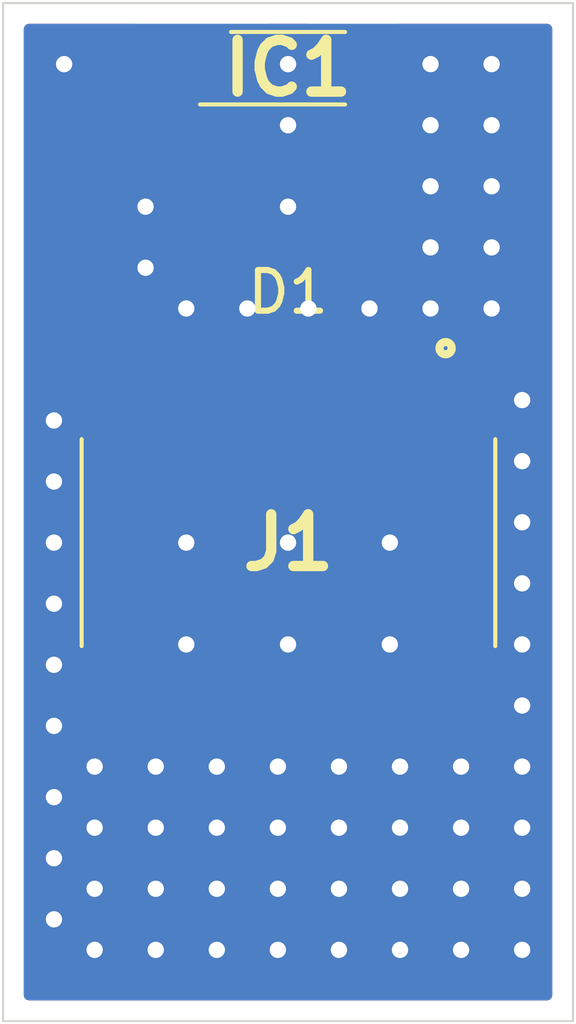
<source format=kicad_pcb>
(kicad_pcb (version 20211014) (generator pcbnew)
  (layers (0 "F.Cu" signal) (31 "B.Cu" signal) (34 "B.Paste" user) (35 "F.Paste" user) (36 "B.SilkS" user "B.Silkscreen") (37 "F.SilkS" user "F.Silkscreen") (38 "B.Mask" user) (39 "F.Mask" user) (44 "Edge.Cuts" user))
  (net 0 "")
  (net 1 "GND")
  (net 2 "Net-(D1-Pad2)")
  (net 3 "+3V3")
  (net 4 "SDA")
  (net 5 "SCL")
  (footprint "BinomicaLabs:TSM-104-YY-ZZZ-DV-P-TR" (layer "F.Cu") (at 145.01 88.25)
    (fp_text reference "J1" (at 0 0) (layer "F.SilkS") (effects (font (size 1.27 1.27) (thickness 0.254))))
    (fp_text value "TSM-104-02-S-DV-P-TR" hide)
    (fp_line (start 5.08 -2.54) (end 5.08 2.54) (layer "F.SilkS") (width 0.1))
    (fp_line (start -5.08 2.54) (end -5.08 -2.54) (layer "F.SilkS") (width 0.1))
    (fp_circle (center 3.86 -4.775) (end 3.86 -4.725) (layer "F.SilkS") (width 0.2) (fill none))
    (pad "1" smd rect locked (at 3.81 -2.475) (size 1.27 3.68) (layers "F.Cu" "F.Paste" "F.Mask") (net 4 "SDA"))
    (pad "2" smd rect locked (at 3.81 2.475) (size 1.27 3.68) (layers "F.Cu" "F.Paste" "F.Mask") (net 1 "GND"))
    (pad "3" smd rect locked (at 1.27 -2.475) (size 1.27 3.68) (layers "F.Cu" "F.Paste" "F.Mask") (net 5 "SCL"))
    (pad "4" smd rect locked (at 1.27 2.475) (size 1.27 3.68) (layers "F.Cu" "F.Paste" "F.Mask") (net 1 "GND"))
    (pad "5" smd rect locked (at -1.27 -2.475) (size 1.27 3.68) (layers "F.Cu" "F.Paste" "F.Mask") (net 1 "GND"))
    (pad "6" smd rect locked (at -1.27 2.475) (size 1.27 3.68) (layers "F.Cu" "F.Paste" "F.Mask") (net 1 "GND"))
    (pad "7" smd rect locked (at -3.81 -2.475) (size 1.27 3.68) (layers "F.Cu" "F.Paste" "F.Mask") (net 3 "+3V3"))
    (pad "8" smd rect locked (at -3.81 2.475) (size 1.27 3.68) (layers "F.Cu" "F.Paste" "F.Mask") (net 1 "GND"))
  )
  (footprint "BinomicaLabs:AL580920QP17" (layer "F.Cu") (at 145 76.6 180)
    (fp_text reference "IC1" (at 0 0) (layer "F.SilkS") (effects (font (size 1.27 1.27) (thickness 0.254))))
    (fp_text value "AL5809-20P1-7" hide)
    (fp_line (start 2.16 -0.89) (end -1.4 -0.89) (layer "F.SilkS") (width 0.1))
    (fp_line (start -1.4 0.89) (end 1.4 0.89) (layer "F.SilkS") (width 0.1))
    (pad "1" smd rect locked (at 1.6 0 180) (size 1.12 1.27) (layers "F.Cu" "F.Paste" "F.Mask") (net 3 "+3V3"))
    (pad "2" smd rect locked (at -1.6 0 180) (size 1.12 1.27) (layers "F.Cu" "F.Paste" "F.Mask") (net 2 "Net-(D1-Pad2)"))
  )
  (footprint "MiniSpec2:APD3224SECK-F01" (layer "F.Cu") (at 145 80)
    (fp_text reference "D1" (at 0 2.1) (layer "F.SilkS"))
    (fp_text value "LED")
    (pad "1" smd rect locked (at -1.6 0) (size 1.5 2.2) (layers "F.Cu" "F.Paste" "F.Mask") (net 1 "GND"))
    (pad "2" smd rect locked (at 1.6 0) (size 1.5 2.2) (layers "F.Cu" "F.Paste" "F.Mask") (net 2 "Net-(D1-Pad2)"))
  )
  (gr_line (start 138 75) (end 152 75) (layer "Edge.Cuts") (width 0.05))
  (gr_line (start 152 100) (end 138 100) (layer "Edge.Cuts") (width 0.05))
  (gr_line (start 152 75) (end 152 100) (layer "Edge.Cuts") (width 0.05))
  (gr_line (start 138 100) (end 138 75) (layer "Edge.Cuts") (width 0.05))
  (segment (start 143.6 84.86) (end 143.74 85) (width 1) (layer "F.Cu") (net 1))
  (segment (start 143.55 84.81) (end 143.74 85) (width 1) (layer "F.Cu") (net 1))
  (via (at 139.25 96) (size 0.8) (drill 0.4) (layers "F.Cu" "B.Cu") (net 1))
  (via (at 148.5 79.5) (size 0.8) (drill 0.4) (layers "F.Cu" "B.Cu") (net 1))
  (via (at 150 78) (size 0.8) (drill 0.4) (layers "F.Cu" "B.Cu") (net 1))
  (via (at 145 80) (size 0.8) (drill 0.4) (layers "F.Cu" "B.Cu") (net 1))
  (via (at 150.75 93.75) (size 0.8) (drill 0.4) (layers "F.Cu" "B.Cu") (net 1))
  (via (at 139.25 89.75) (size 0.8) (drill 0.4) (layers "F.Cu" "B.Cu") (net 1))
  (via (at 147.75 95.25) (size 0.8) (drill 0.4) (layers "F.Cu" "B.Cu") (net 1))
  (via (at 148.5 76.5) (size 0.8) (drill 0.4) (layers "F.Cu" "B.Cu") (net 1))
  (via (at 145 90.75) (size 0.8) (drill 0.4) (layers "F.Cu" "B.Cu") (net 1))
  (via (at 145 88.25) (size 0.8) (drill 0.4) (layers "F.Cu" "B.Cu") (net 1))
  (via (at 149.25 96.75) (size 0.8) (drill 0.4) (layers "F.Cu" "B.Cu") (net 1))
  (via (at 150.75 98.25) (size 0.8) (drill 0.4) (layers "F.Cu" "B.Cu") (net 1))
  (via (at 147 82.5) (size 0.8) (drill 0.4) (layers "F.Cu" "B.Cu") (net 1))
  (via (at 142.5 90.75) (size 0.8) (drill 0.4) (layers "F.Cu" "B.Cu") (net 1))
  (via (at 145.5 82.5) (size 0.8) (drill 0.4) (layers "F.Cu" "B.Cu") (net 1))
  (via (at 147.5 90.75) (size 0.8) (drill 0.4) (layers "F.Cu" "B.Cu") (net 1))
  (via (at 142.5 88.25) (size 0.8) (drill 0.4) (layers "F.Cu" "B.Cu") (net 1))
  (via (at 144.75 98.25) (size 0.8) (drill 0.4) (layers "F.Cu" "B.Cu") (net 1))
  (via (at 150.75 87.75) (size 0.8) (drill 0.4) (layers "F.Cu" "B.Cu") (net 1))
  (via (at 139.25 91.25) (size 0.8) (drill 0.4) (layers "F.Cu" "B.Cu") (net 1))
  (via (at 146.25 98.25) (size 0.8) (drill 0.4) (layers "F.Cu" "B.Cu") (net 1))
  (via (at 140.25 96.75) (size 0.8) (drill 0.4) (layers "F.Cu" "B.Cu") (net 1))
  (via (at 141.75 98.25) (size 0.8) (drill 0.4) (layers "F.Cu" "B.Cu") (net 1))
  (via (at 144.75 96.75) (size 0.8) (drill 0.4) (layers "F.Cu" "B.Cu") (net 1))
  (via (at 143.25 98.25) (size 0.8) (drill 0.4) (layers "F.Cu" "B.Cu") (net 1))
  (via (at 148.5 82.5) (size 0.8) (drill 0.4) (layers "F.Cu" "B.Cu") (net 1))
  (via (at 150.75 84.75) (size 0.8) (drill 0.4) (layers "F.Cu" "B.Cu") (net 1))
  (via (at 141.5 80) (size 0.8) (drill 0.4) (layers "F.Cu" "B.Cu") (net 1))
  (via (at 139.25 86.75) (size 0.8) (drill 0.4) (layers "F.Cu" "B.Cu") (net 1))
  (via (at 146.25 96.75) (size 0.8) (drill 0.4) (layers "F.Cu" "B.Cu") (net 1))
  (via (at 150 76.5) (size 0.8) (drill 0.4) (layers "F.Cu" "B.Cu") (net 1))
  (via (at 142.5 82.5) (size 0.8) (drill 0.4) (layers "F.Cu" "B.Cu") (net 1))
  (via (at 148.5 78) (size 0.8) (drill 0.4) (layers "F.Cu" "B.Cu") (net 1))
  (via (at 150.75 90.75) (size 0.8) (drill 0.4) (layers "F.Cu" "B.Cu") (net 1))
  (via (at 144 82.5) (size 0.8) (drill 0.4) (layers "F.Cu" "B.Cu") (net 1))
  (via (at 141.75 96.75) (size 0.8) (drill 0.4) (layers "F.Cu" "B.Cu") (net 1))
  (via (at 141.5 81.5) (size 0.8) (drill 0.4) (layers "F.Cu" "B.Cu") (net 1))
  (via (at 147.75 98.25) (size 0.8) (drill 0.4) (layers "F.Cu" "B.Cu") (net 1))
  (via (at 145 76.5) (size 0.8) (drill 0.4) (layers "F.Cu" "B.Cu") (net 1))
  (via (at 140.25 95.25) (size 0.8) (drill 0.4) (layers "F.Cu" "B.Cu") (net 1))
  (via (at 139.25 88.25) (size 0.8) (drill 0.4) (layers "F.Cu" "B.Cu") (net 1))
  (via (at 144.75 95.25) (size 0.8) (drill 0.4) (layers "F.Cu" "B.Cu") (net 1))
  (via (at 150.75 95.25) (size 0.8) (drill 0.4) (layers "F.Cu" "B.Cu") (net 1))
  (via (at 150.75 89.25) (size 0.8) (drill 0.4) (layers "F.Cu" "B.Cu") (net 1))
  (via (at 146.25 95.25) (size 0.8) (drill 0.4) (layers "F.Cu" "B.Cu") (net 1))
  (via (at 150 79.5) (size 0.8) (drill 0.4) (layers "F.Cu" "B.Cu") (net 1))
  (via (at 141.75 95.25) (size 0.8) (drill 0.4) (layers "F.Cu" "B.Cu") (net 1))
  (via (at 148.5 81) (size 0.8) (drill 0.4) (layers "F.Cu" "B.Cu") (net 1))
  (via (at 143.25 96.75) (size 0.8) (drill 0.4) (layers "F.Cu" "B.Cu") (net 1))
  (via (at 141.75 93.75) (size 0.8) (drill 0.4) (layers "F.Cu" "B.Cu") (net 1))
  (via (at 139.25 94.5) (size 0.8) (drill 0.4) (layers "F.Cu" "B.Cu") (net 1))
  (via (at 147.5 88.25) (size 0.8) (drill 0.4) (layers "F.Cu" "B.Cu") (net 1))
  (via (at 140.25 93.75) (size 0.8) (drill 0.4) (layers "F.Cu" "B.Cu") (net 1))
  (via (at 139.5 76.5) (size 0.8) (drill 0.4) (layers "F.Cu" "B.Cu") (net 1))
  (via (at 143.25 93.75) (size 0.8) (drill 0.4) (layers "F.Cu" "B.Cu") (net 1))
  (via (at 149.25 98.25) (size 0.8) (drill 0.4) (layers "F.Cu" "B.Cu") (net 1))
  (via (at 150 81) (size 0.8) (drill 0.4) (layers "F.Cu" "B.Cu") (net 1))
  (via (at 144.75 93.75) (size 0.8) (drill 0.4) (layers "F.Cu" "B.Cu") (net 1))
  (via (at 149.25 93.75) (size 0.8) (drill 0.4) (layers "F.Cu" "B.Cu") (net 1))
  (via (at 139.25 92.75) (size 0.8) (drill 0.4) (layers "F.Cu" "B.Cu") (net 1))
  (via (at 150.75 86.25) (size 0.8) (drill 0.4) (layers "F.Cu" "B.Cu") (net 1))
  (via (at 140.25 98.25) (size 0.8) (drill 0.4) (layers "F.Cu" "B.Cu") (net 1))
  (via (at 149.25 95.25) (size 0.8) (drill 0.4) (layers "F.Cu" "B.Cu") (net 1))
  (via (at 150.75 92.25) (size 0.8) (drill 0.4) (layers "F.Cu" "B.Cu") (net 1))
  (via (at 146.25 93.75) (size 0.8) (drill 0.4) (layers "F.Cu" "B.Cu") (net 1))
  (via (at 139.25 85.25) (size 0.8) (drill 0.4) (layers "F.Cu" "B.Cu") (net 1))
  (via (at 145 78) (size 0.8) (drill 0.4) (layers "F.Cu" "B.Cu") (net 1))
  (via (at 139.25 97.5) (size 0.8) (drill 0.4) (layers "F.Cu" "B.Cu") (net 1))
  (via (at 150 82.5) (size 0.8) (drill 0.4) (layers "F.Cu" "B.Cu") (net 1))
  (via (at 147.75 93.75) (size 0.8) (drill 0.4) (layers "F.Cu" "B.Cu") (net 1))
  (via (at 143.25 95.25) (size 0.8) (drill 0.4) (layers "F.Cu" "B.Cu") (net 1))
  (via (at 150.75 96.75) (size 0.8) (drill 0.4) (layers "F.Cu" "B.Cu") (net 1))
  (via (at 147.75 96.75) (size 0.8) (drill 0.4) (layers "F.Cu" "B.Cu") (net 1))
  (segment (start 146.6 80) (end 146.6 76.6) (width 1) (layer "F.Cu") (net 2))
  (segment (start 143.4 76.6) (end 141.84 76.6) (width 1) (layer "F.Cu") (net 3))
  (segment (start 141.84 76.6) (end 139.900489 78.539511) (width 1) (layer "F.Cu") (net 3))
  (segment (start 139.900489 78.539511) (end 139.900489 83.700489) (width 1) (layer "F.Cu") (net 3))
  (segment (start 139.900489 83.700489) (end 141.2 85) (width 1) (layer "F.Cu") (net 3))
  (zone (net 1) (net_name "GND") (layer "F.Cu") (connect_pads (clearance 0.508)) (min_thickness 0.254) (fill yes (thermal_gap 0.508) (thermal_bridge_width 0.508))
    (polygon (pts (xy 152 100) (xy 138 100) (xy 138 75) (xy 152 75)))
  )
  (zone (net 1) (net_name "GND") (layer "B.Cu") (connect_pads (clearance 0.508)) (min_thickness 0.254) (fill yes (thermal_gap 0.508) (thermal_bridge_width 0.508))
    (polygon (pts (xy 152 100) (xy 138 100) (xy 138 75) (xy 152 75)))
  )
)
</source>
